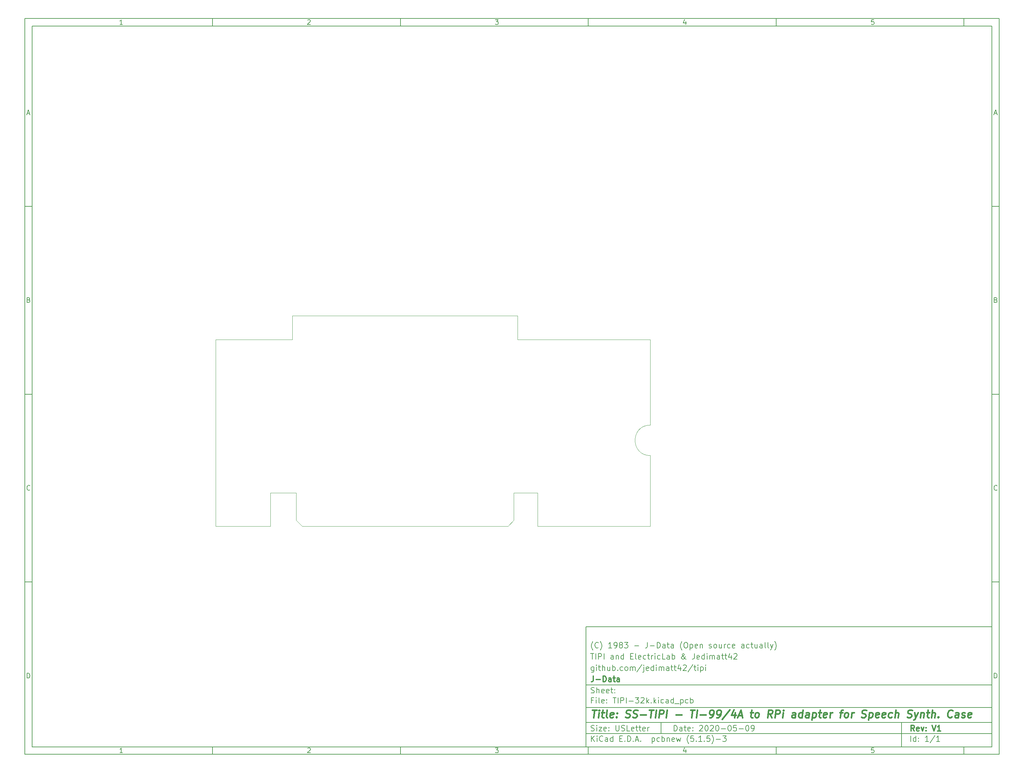
<source format=gbr>
G04 #@! TF.GenerationSoftware,KiCad,Pcbnew,(5.1.5)-3*
G04 #@! TF.CreationDate,2020-06-13T11:59:13-04:00*
G04 #@! TF.ProjectId,TIPI-32k,54495049-2d33-4326-9b2e-6b696361645f,V1*
G04 #@! TF.SameCoordinates,Original*
G04 #@! TF.FileFunction,Profile,NP*
%FSLAX46Y46*%
G04 Gerber Fmt 4.6, Leading zero omitted, Abs format (unit mm)*
G04 Created by KiCad (PCBNEW (5.1.5)-3) date 2020-06-13 11:59:13*
%MOMM*%
%LPD*%
G04 APERTURE LIST*
%ADD10C,0.100000*%
%ADD11C,0.150000*%
%ADD12C,0.300000*%
%ADD13C,0.400000*%
G04 #@! TA.AperFunction,Profile*
%ADD14C,0.025400*%
G04 #@! TD*
G04 APERTURE END LIST*
D10*
D11*
X159400000Y-171900000D02*
X159400000Y-203900000D01*
X267400000Y-203900000D01*
X267400000Y-171900000D01*
X159400000Y-171900000D01*
D10*
D11*
X10000000Y-10000000D02*
X10000000Y-205900000D01*
X269400000Y-205900000D01*
X269400000Y-10000000D01*
X10000000Y-10000000D01*
D10*
D11*
X12000000Y-12000000D02*
X12000000Y-203900000D01*
X267400000Y-203900000D01*
X267400000Y-12000000D01*
X12000000Y-12000000D01*
D10*
D11*
X60000000Y-12000000D02*
X60000000Y-10000000D01*
D10*
D11*
X110000000Y-12000000D02*
X110000000Y-10000000D01*
D10*
D11*
X160000000Y-12000000D02*
X160000000Y-10000000D01*
D10*
D11*
X210000000Y-12000000D02*
X210000000Y-10000000D01*
D10*
D11*
X260000000Y-12000000D02*
X260000000Y-10000000D01*
D10*
D11*
X36065476Y-11588095D02*
X35322619Y-11588095D01*
X35694047Y-11588095D02*
X35694047Y-10288095D01*
X35570238Y-10473809D01*
X35446428Y-10597619D01*
X35322619Y-10659523D01*
D10*
D11*
X85322619Y-10411904D02*
X85384523Y-10350000D01*
X85508333Y-10288095D01*
X85817857Y-10288095D01*
X85941666Y-10350000D01*
X86003571Y-10411904D01*
X86065476Y-10535714D01*
X86065476Y-10659523D01*
X86003571Y-10845238D01*
X85260714Y-11588095D01*
X86065476Y-11588095D01*
D10*
D11*
X135260714Y-10288095D02*
X136065476Y-10288095D01*
X135632142Y-10783333D01*
X135817857Y-10783333D01*
X135941666Y-10845238D01*
X136003571Y-10907142D01*
X136065476Y-11030952D01*
X136065476Y-11340476D01*
X136003571Y-11464285D01*
X135941666Y-11526190D01*
X135817857Y-11588095D01*
X135446428Y-11588095D01*
X135322619Y-11526190D01*
X135260714Y-11464285D01*
D10*
D11*
X185941666Y-10721428D02*
X185941666Y-11588095D01*
X185632142Y-10226190D02*
X185322619Y-11154761D01*
X186127380Y-11154761D01*
D10*
D11*
X236003571Y-10288095D02*
X235384523Y-10288095D01*
X235322619Y-10907142D01*
X235384523Y-10845238D01*
X235508333Y-10783333D01*
X235817857Y-10783333D01*
X235941666Y-10845238D01*
X236003571Y-10907142D01*
X236065476Y-11030952D01*
X236065476Y-11340476D01*
X236003571Y-11464285D01*
X235941666Y-11526190D01*
X235817857Y-11588095D01*
X235508333Y-11588095D01*
X235384523Y-11526190D01*
X235322619Y-11464285D01*
D10*
D11*
X60000000Y-203900000D02*
X60000000Y-205900000D01*
D10*
D11*
X110000000Y-203900000D02*
X110000000Y-205900000D01*
D10*
D11*
X160000000Y-203900000D02*
X160000000Y-205900000D01*
D10*
D11*
X210000000Y-203900000D02*
X210000000Y-205900000D01*
D10*
D11*
X260000000Y-203900000D02*
X260000000Y-205900000D01*
D10*
D11*
X36065476Y-205488095D02*
X35322619Y-205488095D01*
X35694047Y-205488095D02*
X35694047Y-204188095D01*
X35570238Y-204373809D01*
X35446428Y-204497619D01*
X35322619Y-204559523D01*
D10*
D11*
X85322619Y-204311904D02*
X85384523Y-204250000D01*
X85508333Y-204188095D01*
X85817857Y-204188095D01*
X85941666Y-204250000D01*
X86003571Y-204311904D01*
X86065476Y-204435714D01*
X86065476Y-204559523D01*
X86003571Y-204745238D01*
X85260714Y-205488095D01*
X86065476Y-205488095D01*
D10*
D11*
X135260714Y-204188095D02*
X136065476Y-204188095D01*
X135632142Y-204683333D01*
X135817857Y-204683333D01*
X135941666Y-204745238D01*
X136003571Y-204807142D01*
X136065476Y-204930952D01*
X136065476Y-205240476D01*
X136003571Y-205364285D01*
X135941666Y-205426190D01*
X135817857Y-205488095D01*
X135446428Y-205488095D01*
X135322619Y-205426190D01*
X135260714Y-205364285D01*
D10*
D11*
X185941666Y-204621428D02*
X185941666Y-205488095D01*
X185632142Y-204126190D02*
X185322619Y-205054761D01*
X186127380Y-205054761D01*
D10*
D11*
X236003571Y-204188095D02*
X235384523Y-204188095D01*
X235322619Y-204807142D01*
X235384523Y-204745238D01*
X235508333Y-204683333D01*
X235817857Y-204683333D01*
X235941666Y-204745238D01*
X236003571Y-204807142D01*
X236065476Y-204930952D01*
X236065476Y-205240476D01*
X236003571Y-205364285D01*
X235941666Y-205426190D01*
X235817857Y-205488095D01*
X235508333Y-205488095D01*
X235384523Y-205426190D01*
X235322619Y-205364285D01*
D10*
D11*
X10000000Y-60000000D02*
X12000000Y-60000000D01*
D10*
D11*
X10000000Y-110000000D02*
X12000000Y-110000000D01*
D10*
D11*
X10000000Y-160000000D02*
X12000000Y-160000000D01*
D10*
D11*
X10690476Y-35216666D02*
X11309523Y-35216666D01*
X10566666Y-35588095D02*
X11000000Y-34288095D01*
X11433333Y-35588095D01*
D10*
D11*
X11092857Y-84907142D02*
X11278571Y-84969047D01*
X11340476Y-85030952D01*
X11402380Y-85154761D01*
X11402380Y-85340476D01*
X11340476Y-85464285D01*
X11278571Y-85526190D01*
X11154761Y-85588095D01*
X10659523Y-85588095D01*
X10659523Y-84288095D01*
X11092857Y-84288095D01*
X11216666Y-84350000D01*
X11278571Y-84411904D01*
X11340476Y-84535714D01*
X11340476Y-84659523D01*
X11278571Y-84783333D01*
X11216666Y-84845238D01*
X11092857Y-84907142D01*
X10659523Y-84907142D01*
D10*
D11*
X11402380Y-135464285D02*
X11340476Y-135526190D01*
X11154761Y-135588095D01*
X11030952Y-135588095D01*
X10845238Y-135526190D01*
X10721428Y-135402380D01*
X10659523Y-135278571D01*
X10597619Y-135030952D01*
X10597619Y-134845238D01*
X10659523Y-134597619D01*
X10721428Y-134473809D01*
X10845238Y-134350000D01*
X11030952Y-134288095D01*
X11154761Y-134288095D01*
X11340476Y-134350000D01*
X11402380Y-134411904D01*
D10*
D11*
X10659523Y-185588095D02*
X10659523Y-184288095D01*
X10969047Y-184288095D01*
X11154761Y-184350000D01*
X11278571Y-184473809D01*
X11340476Y-184597619D01*
X11402380Y-184845238D01*
X11402380Y-185030952D01*
X11340476Y-185278571D01*
X11278571Y-185402380D01*
X11154761Y-185526190D01*
X10969047Y-185588095D01*
X10659523Y-185588095D01*
D10*
D11*
X269400000Y-60000000D02*
X267400000Y-60000000D01*
D10*
D11*
X269400000Y-110000000D02*
X267400000Y-110000000D01*
D10*
D11*
X269400000Y-160000000D02*
X267400000Y-160000000D01*
D10*
D11*
X268090476Y-35216666D02*
X268709523Y-35216666D01*
X267966666Y-35588095D02*
X268400000Y-34288095D01*
X268833333Y-35588095D01*
D10*
D11*
X268492857Y-84907142D02*
X268678571Y-84969047D01*
X268740476Y-85030952D01*
X268802380Y-85154761D01*
X268802380Y-85340476D01*
X268740476Y-85464285D01*
X268678571Y-85526190D01*
X268554761Y-85588095D01*
X268059523Y-85588095D01*
X268059523Y-84288095D01*
X268492857Y-84288095D01*
X268616666Y-84350000D01*
X268678571Y-84411904D01*
X268740476Y-84535714D01*
X268740476Y-84659523D01*
X268678571Y-84783333D01*
X268616666Y-84845238D01*
X268492857Y-84907142D01*
X268059523Y-84907142D01*
D10*
D11*
X268802380Y-135464285D02*
X268740476Y-135526190D01*
X268554761Y-135588095D01*
X268430952Y-135588095D01*
X268245238Y-135526190D01*
X268121428Y-135402380D01*
X268059523Y-135278571D01*
X267997619Y-135030952D01*
X267997619Y-134845238D01*
X268059523Y-134597619D01*
X268121428Y-134473809D01*
X268245238Y-134350000D01*
X268430952Y-134288095D01*
X268554761Y-134288095D01*
X268740476Y-134350000D01*
X268802380Y-134411904D01*
D10*
D11*
X268059523Y-185588095D02*
X268059523Y-184288095D01*
X268369047Y-184288095D01*
X268554761Y-184350000D01*
X268678571Y-184473809D01*
X268740476Y-184597619D01*
X268802380Y-184845238D01*
X268802380Y-185030952D01*
X268740476Y-185278571D01*
X268678571Y-185402380D01*
X268554761Y-185526190D01*
X268369047Y-185588095D01*
X268059523Y-185588095D01*
D10*
D11*
X182832142Y-199678571D02*
X182832142Y-198178571D01*
X183189285Y-198178571D01*
X183403571Y-198250000D01*
X183546428Y-198392857D01*
X183617857Y-198535714D01*
X183689285Y-198821428D01*
X183689285Y-199035714D01*
X183617857Y-199321428D01*
X183546428Y-199464285D01*
X183403571Y-199607142D01*
X183189285Y-199678571D01*
X182832142Y-199678571D01*
X184975000Y-199678571D02*
X184975000Y-198892857D01*
X184903571Y-198750000D01*
X184760714Y-198678571D01*
X184475000Y-198678571D01*
X184332142Y-198750000D01*
X184975000Y-199607142D02*
X184832142Y-199678571D01*
X184475000Y-199678571D01*
X184332142Y-199607142D01*
X184260714Y-199464285D01*
X184260714Y-199321428D01*
X184332142Y-199178571D01*
X184475000Y-199107142D01*
X184832142Y-199107142D01*
X184975000Y-199035714D01*
X185475000Y-198678571D02*
X186046428Y-198678571D01*
X185689285Y-198178571D02*
X185689285Y-199464285D01*
X185760714Y-199607142D01*
X185903571Y-199678571D01*
X186046428Y-199678571D01*
X187117857Y-199607142D02*
X186975000Y-199678571D01*
X186689285Y-199678571D01*
X186546428Y-199607142D01*
X186475000Y-199464285D01*
X186475000Y-198892857D01*
X186546428Y-198750000D01*
X186689285Y-198678571D01*
X186975000Y-198678571D01*
X187117857Y-198750000D01*
X187189285Y-198892857D01*
X187189285Y-199035714D01*
X186475000Y-199178571D01*
X187832142Y-199535714D02*
X187903571Y-199607142D01*
X187832142Y-199678571D01*
X187760714Y-199607142D01*
X187832142Y-199535714D01*
X187832142Y-199678571D01*
X187832142Y-198750000D02*
X187903571Y-198821428D01*
X187832142Y-198892857D01*
X187760714Y-198821428D01*
X187832142Y-198750000D01*
X187832142Y-198892857D01*
X189617857Y-198321428D02*
X189689285Y-198250000D01*
X189832142Y-198178571D01*
X190189285Y-198178571D01*
X190332142Y-198250000D01*
X190403571Y-198321428D01*
X190475000Y-198464285D01*
X190475000Y-198607142D01*
X190403571Y-198821428D01*
X189546428Y-199678571D01*
X190475000Y-199678571D01*
X191403571Y-198178571D02*
X191546428Y-198178571D01*
X191689285Y-198250000D01*
X191760714Y-198321428D01*
X191832142Y-198464285D01*
X191903571Y-198750000D01*
X191903571Y-199107142D01*
X191832142Y-199392857D01*
X191760714Y-199535714D01*
X191689285Y-199607142D01*
X191546428Y-199678571D01*
X191403571Y-199678571D01*
X191260714Y-199607142D01*
X191189285Y-199535714D01*
X191117857Y-199392857D01*
X191046428Y-199107142D01*
X191046428Y-198750000D01*
X191117857Y-198464285D01*
X191189285Y-198321428D01*
X191260714Y-198250000D01*
X191403571Y-198178571D01*
X192475000Y-198321428D02*
X192546428Y-198250000D01*
X192689285Y-198178571D01*
X193046428Y-198178571D01*
X193189285Y-198250000D01*
X193260714Y-198321428D01*
X193332142Y-198464285D01*
X193332142Y-198607142D01*
X193260714Y-198821428D01*
X192403571Y-199678571D01*
X193332142Y-199678571D01*
X194260714Y-198178571D02*
X194403571Y-198178571D01*
X194546428Y-198250000D01*
X194617857Y-198321428D01*
X194689285Y-198464285D01*
X194760714Y-198750000D01*
X194760714Y-199107142D01*
X194689285Y-199392857D01*
X194617857Y-199535714D01*
X194546428Y-199607142D01*
X194403571Y-199678571D01*
X194260714Y-199678571D01*
X194117857Y-199607142D01*
X194046428Y-199535714D01*
X193975000Y-199392857D01*
X193903571Y-199107142D01*
X193903571Y-198750000D01*
X193975000Y-198464285D01*
X194046428Y-198321428D01*
X194117857Y-198250000D01*
X194260714Y-198178571D01*
X195403571Y-199107142D02*
X196546428Y-199107142D01*
X197546428Y-198178571D02*
X197689285Y-198178571D01*
X197832142Y-198250000D01*
X197903571Y-198321428D01*
X197975000Y-198464285D01*
X198046428Y-198750000D01*
X198046428Y-199107142D01*
X197975000Y-199392857D01*
X197903571Y-199535714D01*
X197832142Y-199607142D01*
X197689285Y-199678571D01*
X197546428Y-199678571D01*
X197403571Y-199607142D01*
X197332142Y-199535714D01*
X197260714Y-199392857D01*
X197189285Y-199107142D01*
X197189285Y-198750000D01*
X197260714Y-198464285D01*
X197332142Y-198321428D01*
X197403571Y-198250000D01*
X197546428Y-198178571D01*
X199403571Y-198178571D02*
X198689285Y-198178571D01*
X198617857Y-198892857D01*
X198689285Y-198821428D01*
X198832142Y-198750000D01*
X199189285Y-198750000D01*
X199332142Y-198821428D01*
X199403571Y-198892857D01*
X199475000Y-199035714D01*
X199475000Y-199392857D01*
X199403571Y-199535714D01*
X199332142Y-199607142D01*
X199189285Y-199678571D01*
X198832142Y-199678571D01*
X198689285Y-199607142D01*
X198617857Y-199535714D01*
X200117857Y-199107142D02*
X201260714Y-199107142D01*
X202260714Y-198178571D02*
X202403571Y-198178571D01*
X202546428Y-198250000D01*
X202617857Y-198321428D01*
X202689285Y-198464285D01*
X202760714Y-198750000D01*
X202760714Y-199107142D01*
X202689285Y-199392857D01*
X202617857Y-199535714D01*
X202546428Y-199607142D01*
X202403571Y-199678571D01*
X202260714Y-199678571D01*
X202117857Y-199607142D01*
X202046428Y-199535714D01*
X201975000Y-199392857D01*
X201903571Y-199107142D01*
X201903571Y-198750000D01*
X201975000Y-198464285D01*
X202046428Y-198321428D01*
X202117857Y-198250000D01*
X202260714Y-198178571D01*
X203475000Y-199678571D02*
X203760714Y-199678571D01*
X203903571Y-199607142D01*
X203975000Y-199535714D01*
X204117857Y-199321428D01*
X204189285Y-199035714D01*
X204189285Y-198464285D01*
X204117857Y-198321428D01*
X204046428Y-198250000D01*
X203903571Y-198178571D01*
X203617857Y-198178571D01*
X203475000Y-198250000D01*
X203403571Y-198321428D01*
X203332142Y-198464285D01*
X203332142Y-198821428D01*
X203403571Y-198964285D01*
X203475000Y-199035714D01*
X203617857Y-199107142D01*
X203903571Y-199107142D01*
X204046428Y-199035714D01*
X204117857Y-198964285D01*
X204189285Y-198821428D01*
D10*
D11*
X159400000Y-200400000D02*
X267400000Y-200400000D01*
D10*
D11*
X160832142Y-202478571D02*
X160832142Y-200978571D01*
X161689285Y-202478571D02*
X161046428Y-201621428D01*
X161689285Y-200978571D02*
X160832142Y-201835714D01*
X162332142Y-202478571D02*
X162332142Y-201478571D01*
X162332142Y-200978571D02*
X162260714Y-201050000D01*
X162332142Y-201121428D01*
X162403571Y-201050000D01*
X162332142Y-200978571D01*
X162332142Y-201121428D01*
X163903571Y-202335714D02*
X163832142Y-202407142D01*
X163617857Y-202478571D01*
X163475000Y-202478571D01*
X163260714Y-202407142D01*
X163117857Y-202264285D01*
X163046428Y-202121428D01*
X162975000Y-201835714D01*
X162975000Y-201621428D01*
X163046428Y-201335714D01*
X163117857Y-201192857D01*
X163260714Y-201050000D01*
X163475000Y-200978571D01*
X163617857Y-200978571D01*
X163832142Y-201050000D01*
X163903571Y-201121428D01*
X165189285Y-202478571D02*
X165189285Y-201692857D01*
X165117857Y-201550000D01*
X164975000Y-201478571D01*
X164689285Y-201478571D01*
X164546428Y-201550000D01*
X165189285Y-202407142D02*
X165046428Y-202478571D01*
X164689285Y-202478571D01*
X164546428Y-202407142D01*
X164475000Y-202264285D01*
X164475000Y-202121428D01*
X164546428Y-201978571D01*
X164689285Y-201907142D01*
X165046428Y-201907142D01*
X165189285Y-201835714D01*
X166546428Y-202478571D02*
X166546428Y-200978571D01*
X166546428Y-202407142D02*
X166403571Y-202478571D01*
X166117857Y-202478571D01*
X165975000Y-202407142D01*
X165903571Y-202335714D01*
X165832142Y-202192857D01*
X165832142Y-201764285D01*
X165903571Y-201621428D01*
X165975000Y-201550000D01*
X166117857Y-201478571D01*
X166403571Y-201478571D01*
X166546428Y-201550000D01*
X168403571Y-201692857D02*
X168903571Y-201692857D01*
X169117857Y-202478571D02*
X168403571Y-202478571D01*
X168403571Y-200978571D01*
X169117857Y-200978571D01*
X169760714Y-202335714D02*
X169832142Y-202407142D01*
X169760714Y-202478571D01*
X169689285Y-202407142D01*
X169760714Y-202335714D01*
X169760714Y-202478571D01*
X170475000Y-202478571D02*
X170475000Y-200978571D01*
X170832142Y-200978571D01*
X171046428Y-201050000D01*
X171189285Y-201192857D01*
X171260714Y-201335714D01*
X171332142Y-201621428D01*
X171332142Y-201835714D01*
X171260714Y-202121428D01*
X171189285Y-202264285D01*
X171046428Y-202407142D01*
X170832142Y-202478571D01*
X170475000Y-202478571D01*
X171975000Y-202335714D02*
X172046428Y-202407142D01*
X171975000Y-202478571D01*
X171903571Y-202407142D01*
X171975000Y-202335714D01*
X171975000Y-202478571D01*
X172617857Y-202050000D02*
X173332142Y-202050000D01*
X172475000Y-202478571D02*
X172975000Y-200978571D01*
X173475000Y-202478571D01*
X173975000Y-202335714D02*
X174046428Y-202407142D01*
X173975000Y-202478571D01*
X173903571Y-202407142D01*
X173975000Y-202335714D01*
X173975000Y-202478571D01*
X176975000Y-201478571D02*
X176975000Y-202978571D01*
X176975000Y-201550000D02*
X177117857Y-201478571D01*
X177403571Y-201478571D01*
X177546428Y-201550000D01*
X177617857Y-201621428D01*
X177689285Y-201764285D01*
X177689285Y-202192857D01*
X177617857Y-202335714D01*
X177546428Y-202407142D01*
X177403571Y-202478571D01*
X177117857Y-202478571D01*
X176975000Y-202407142D01*
X178975000Y-202407142D02*
X178832142Y-202478571D01*
X178546428Y-202478571D01*
X178403571Y-202407142D01*
X178332142Y-202335714D01*
X178260714Y-202192857D01*
X178260714Y-201764285D01*
X178332142Y-201621428D01*
X178403571Y-201550000D01*
X178546428Y-201478571D01*
X178832142Y-201478571D01*
X178975000Y-201550000D01*
X179617857Y-202478571D02*
X179617857Y-200978571D01*
X179617857Y-201550000D02*
X179760714Y-201478571D01*
X180046428Y-201478571D01*
X180189285Y-201550000D01*
X180260714Y-201621428D01*
X180332142Y-201764285D01*
X180332142Y-202192857D01*
X180260714Y-202335714D01*
X180189285Y-202407142D01*
X180046428Y-202478571D01*
X179760714Y-202478571D01*
X179617857Y-202407142D01*
X180975000Y-201478571D02*
X180975000Y-202478571D01*
X180975000Y-201621428D02*
X181046428Y-201550000D01*
X181189285Y-201478571D01*
X181403571Y-201478571D01*
X181546428Y-201550000D01*
X181617857Y-201692857D01*
X181617857Y-202478571D01*
X182903571Y-202407142D02*
X182760714Y-202478571D01*
X182475000Y-202478571D01*
X182332142Y-202407142D01*
X182260714Y-202264285D01*
X182260714Y-201692857D01*
X182332142Y-201550000D01*
X182475000Y-201478571D01*
X182760714Y-201478571D01*
X182903571Y-201550000D01*
X182975000Y-201692857D01*
X182975000Y-201835714D01*
X182260714Y-201978571D01*
X183475000Y-201478571D02*
X183760714Y-202478571D01*
X184046428Y-201764285D01*
X184332142Y-202478571D01*
X184617857Y-201478571D01*
X186760714Y-203050000D02*
X186689285Y-202978571D01*
X186546428Y-202764285D01*
X186475000Y-202621428D01*
X186403571Y-202407142D01*
X186332142Y-202050000D01*
X186332142Y-201764285D01*
X186403571Y-201407142D01*
X186475000Y-201192857D01*
X186546428Y-201050000D01*
X186689285Y-200835714D01*
X186760714Y-200764285D01*
X188046428Y-200978571D02*
X187332142Y-200978571D01*
X187260714Y-201692857D01*
X187332142Y-201621428D01*
X187475000Y-201550000D01*
X187832142Y-201550000D01*
X187975000Y-201621428D01*
X188046428Y-201692857D01*
X188117857Y-201835714D01*
X188117857Y-202192857D01*
X188046428Y-202335714D01*
X187975000Y-202407142D01*
X187832142Y-202478571D01*
X187475000Y-202478571D01*
X187332142Y-202407142D01*
X187260714Y-202335714D01*
X188760714Y-202335714D02*
X188832142Y-202407142D01*
X188760714Y-202478571D01*
X188689285Y-202407142D01*
X188760714Y-202335714D01*
X188760714Y-202478571D01*
X190260714Y-202478571D02*
X189403571Y-202478571D01*
X189832142Y-202478571D02*
X189832142Y-200978571D01*
X189689285Y-201192857D01*
X189546428Y-201335714D01*
X189403571Y-201407142D01*
X190903571Y-202335714D02*
X190975000Y-202407142D01*
X190903571Y-202478571D01*
X190832142Y-202407142D01*
X190903571Y-202335714D01*
X190903571Y-202478571D01*
X192332142Y-200978571D02*
X191617857Y-200978571D01*
X191546428Y-201692857D01*
X191617857Y-201621428D01*
X191760714Y-201550000D01*
X192117857Y-201550000D01*
X192260714Y-201621428D01*
X192332142Y-201692857D01*
X192403571Y-201835714D01*
X192403571Y-202192857D01*
X192332142Y-202335714D01*
X192260714Y-202407142D01*
X192117857Y-202478571D01*
X191760714Y-202478571D01*
X191617857Y-202407142D01*
X191546428Y-202335714D01*
X192903571Y-203050000D02*
X192975000Y-202978571D01*
X193117857Y-202764285D01*
X193189285Y-202621428D01*
X193260714Y-202407142D01*
X193332142Y-202050000D01*
X193332142Y-201764285D01*
X193260714Y-201407142D01*
X193189285Y-201192857D01*
X193117857Y-201050000D01*
X192975000Y-200835714D01*
X192903571Y-200764285D01*
X194046428Y-201907142D02*
X195189285Y-201907142D01*
X195760714Y-200978571D02*
X196689285Y-200978571D01*
X196189285Y-201550000D01*
X196403571Y-201550000D01*
X196546428Y-201621428D01*
X196617857Y-201692857D01*
X196689285Y-201835714D01*
X196689285Y-202192857D01*
X196617857Y-202335714D01*
X196546428Y-202407142D01*
X196403571Y-202478571D01*
X195975000Y-202478571D01*
X195832142Y-202407142D01*
X195760714Y-202335714D01*
D10*
D11*
X159400000Y-197400000D02*
X267400000Y-197400000D01*
D10*
D12*
X246809285Y-199678571D02*
X246309285Y-198964285D01*
X245952142Y-199678571D02*
X245952142Y-198178571D01*
X246523571Y-198178571D01*
X246666428Y-198250000D01*
X246737857Y-198321428D01*
X246809285Y-198464285D01*
X246809285Y-198678571D01*
X246737857Y-198821428D01*
X246666428Y-198892857D01*
X246523571Y-198964285D01*
X245952142Y-198964285D01*
X248023571Y-199607142D02*
X247880714Y-199678571D01*
X247595000Y-199678571D01*
X247452142Y-199607142D01*
X247380714Y-199464285D01*
X247380714Y-198892857D01*
X247452142Y-198750000D01*
X247595000Y-198678571D01*
X247880714Y-198678571D01*
X248023571Y-198750000D01*
X248095000Y-198892857D01*
X248095000Y-199035714D01*
X247380714Y-199178571D01*
X248595000Y-198678571D02*
X248952142Y-199678571D01*
X249309285Y-198678571D01*
X249880714Y-199535714D02*
X249952142Y-199607142D01*
X249880714Y-199678571D01*
X249809285Y-199607142D01*
X249880714Y-199535714D01*
X249880714Y-199678571D01*
X249880714Y-198750000D02*
X249952142Y-198821428D01*
X249880714Y-198892857D01*
X249809285Y-198821428D01*
X249880714Y-198750000D01*
X249880714Y-198892857D01*
X251523571Y-198178571D02*
X252023571Y-199678571D01*
X252523571Y-198178571D01*
X253809285Y-199678571D02*
X252952142Y-199678571D01*
X253380714Y-199678571D02*
X253380714Y-198178571D01*
X253237857Y-198392857D01*
X253095000Y-198535714D01*
X252952142Y-198607142D01*
D10*
D11*
X160760714Y-199607142D02*
X160975000Y-199678571D01*
X161332142Y-199678571D01*
X161475000Y-199607142D01*
X161546428Y-199535714D01*
X161617857Y-199392857D01*
X161617857Y-199250000D01*
X161546428Y-199107142D01*
X161475000Y-199035714D01*
X161332142Y-198964285D01*
X161046428Y-198892857D01*
X160903571Y-198821428D01*
X160832142Y-198750000D01*
X160760714Y-198607142D01*
X160760714Y-198464285D01*
X160832142Y-198321428D01*
X160903571Y-198250000D01*
X161046428Y-198178571D01*
X161403571Y-198178571D01*
X161617857Y-198250000D01*
X162260714Y-199678571D02*
X162260714Y-198678571D01*
X162260714Y-198178571D02*
X162189285Y-198250000D01*
X162260714Y-198321428D01*
X162332142Y-198250000D01*
X162260714Y-198178571D01*
X162260714Y-198321428D01*
X162832142Y-198678571D02*
X163617857Y-198678571D01*
X162832142Y-199678571D01*
X163617857Y-199678571D01*
X164760714Y-199607142D02*
X164617857Y-199678571D01*
X164332142Y-199678571D01*
X164189285Y-199607142D01*
X164117857Y-199464285D01*
X164117857Y-198892857D01*
X164189285Y-198750000D01*
X164332142Y-198678571D01*
X164617857Y-198678571D01*
X164760714Y-198750000D01*
X164832142Y-198892857D01*
X164832142Y-199035714D01*
X164117857Y-199178571D01*
X165475000Y-199535714D02*
X165546428Y-199607142D01*
X165475000Y-199678571D01*
X165403571Y-199607142D01*
X165475000Y-199535714D01*
X165475000Y-199678571D01*
X165475000Y-198750000D02*
X165546428Y-198821428D01*
X165475000Y-198892857D01*
X165403571Y-198821428D01*
X165475000Y-198750000D01*
X165475000Y-198892857D01*
X167332142Y-198178571D02*
X167332142Y-199392857D01*
X167403571Y-199535714D01*
X167475000Y-199607142D01*
X167617857Y-199678571D01*
X167903571Y-199678571D01*
X168046428Y-199607142D01*
X168117857Y-199535714D01*
X168189285Y-199392857D01*
X168189285Y-198178571D01*
X168832142Y-199607142D02*
X169046428Y-199678571D01*
X169403571Y-199678571D01*
X169546428Y-199607142D01*
X169617857Y-199535714D01*
X169689285Y-199392857D01*
X169689285Y-199250000D01*
X169617857Y-199107142D01*
X169546428Y-199035714D01*
X169403571Y-198964285D01*
X169117857Y-198892857D01*
X168975000Y-198821428D01*
X168903571Y-198750000D01*
X168832142Y-198607142D01*
X168832142Y-198464285D01*
X168903571Y-198321428D01*
X168975000Y-198250000D01*
X169117857Y-198178571D01*
X169475000Y-198178571D01*
X169689285Y-198250000D01*
X171046428Y-199678571D02*
X170332142Y-199678571D01*
X170332142Y-198178571D01*
X172117857Y-199607142D02*
X171975000Y-199678571D01*
X171689285Y-199678571D01*
X171546428Y-199607142D01*
X171475000Y-199464285D01*
X171475000Y-198892857D01*
X171546428Y-198750000D01*
X171689285Y-198678571D01*
X171975000Y-198678571D01*
X172117857Y-198750000D01*
X172189285Y-198892857D01*
X172189285Y-199035714D01*
X171475000Y-199178571D01*
X172617857Y-198678571D02*
X173189285Y-198678571D01*
X172832142Y-198178571D02*
X172832142Y-199464285D01*
X172903571Y-199607142D01*
X173046428Y-199678571D01*
X173189285Y-199678571D01*
X173475000Y-198678571D02*
X174046428Y-198678571D01*
X173689285Y-198178571D02*
X173689285Y-199464285D01*
X173760714Y-199607142D01*
X173903571Y-199678571D01*
X174046428Y-199678571D01*
X175117857Y-199607142D02*
X174975000Y-199678571D01*
X174689285Y-199678571D01*
X174546428Y-199607142D01*
X174475000Y-199464285D01*
X174475000Y-198892857D01*
X174546428Y-198750000D01*
X174689285Y-198678571D01*
X174975000Y-198678571D01*
X175117857Y-198750000D01*
X175189285Y-198892857D01*
X175189285Y-199035714D01*
X174475000Y-199178571D01*
X175832142Y-199678571D02*
X175832142Y-198678571D01*
X175832142Y-198964285D02*
X175903571Y-198821428D01*
X175975000Y-198750000D01*
X176117857Y-198678571D01*
X176260714Y-198678571D01*
D10*
D11*
X245832142Y-202478571D02*
X245832142Y-200978571D01*
X247189285Y-202478571D02*
X247189285Y-200978571D01*
X247189285Y-202407142D02*
X247046428Y-202478571D01*
X246760714Y-202478571D01*
X246617857Y-202407142D01*
X246546428Y-202335714D01*
X246475000Y-202192857D01*
X246475000Y-201764285D01*
X246546428Y-201621428D01*
X246617857Y-201550000D01*
X246760714Y-201478571D01*
X247046428Y-201478571D01*
X247189285Y-201550000D01*
X247903571Y-202335714D02*
X247975000Y-202407142D01*
X247903571Y-202478571D01*
X247832142Y-202407142D01*
X247903571Y-202335714D01*
X247903571Y-202478571D01*
X247903571Y-201550000D02*
X247975000Y-201621428D01*
X247903571Y-201692857D01*
X247832142Y-201621428D01*
X247903571Y-201550000D01*
X247903571Y-201692857D01*
X250546428Y-202478571D02*
X249689285Y-202478571D01*
X250117857Y-202478571D02*
X250117857Y-200978571D01*
X249975000Y-201192857D01*
X249832142Y-201335714D01*
X249689285Y-201407142D01*
X252260714Y-200907142D02*
X250975000Y-202835714D01*
X253546428Y-202478571D02*
X252689285Y-202478571D01*
X253117857Y-202478571D02*
X253117857Y-200978571D01*
X252975000Y-201192857D01*
X252832142Y-201335714D01*
X252689285Y-201407142D01*
D10*
D11*
X159400000Y-193400000D02*
X267400000Y-193400000D01*
D10*
D13*
X161112380Y-194104761D02*
X162255238Y-194104761D01*
X161433809Y-196104761D02*
X161683809Y-194104761D01*
X162671904Y-196104761D02*
X162838571Y-194771428D01*
X162921904Y-194104761D02*
X162814761Y-194200000D01*
X162898095Y-194295238D01*
X163005238Y-194200000D01*
X162921904Y-194104761D01*
X162898095Y-194295238D01*
X163505238Y-194771428D02*
X164267142Y-194771428D01*
X163874285Y-194104761D02*
X163660000Y-195819047D01*
X163731428Y-196009523D01*
X163910000Y-196104761D01*
X164100476Y-196104761D01*
X165052857Y-196104761D02*
X164874285Y-196009523D01*
X164802857Y-195819047D01*
X165017142Y-194104761D01*
X166588571Y-196009523D02*
X166386190Y-196104761D01*
X166005238Y-196104761D01*
X165826666Y-196009523D01*
X165755238Y-195819047D01*
X165850476Y-195057142D01*
X165969523Y-194866666D01*
X166171904Y-194771428D01*
X166552857Y-194771428D01*
X166731428Y-194866666D01*
X166802857Y-195057142D01*
X166779047Y-195247619D01*
X165802857Y-195438095D01*
X167552857Y-195914285D02*
X167636190Y-196009523D01*
X167529047Y-196104761D01*
X167445714Y-196009523D01*
X167552857Y-195914285D01*
X167529047Y-196104761D01*
X167683809Y-194866666D02*
X167767142Y-194961904D01*
X167660000Y-195057142D01*
X167576666Y-194961904D01*
X167683809Y-194866666D01*
X167660000Y-195057142D01*
X169921904Y-196009523D02*
X170195714Y-196104761D01*
X170671904Y-196104761D01*
X170874285Y-196009523D01*
X170981428Y-195914285D01*
X171100476Y-195723809D01*
X171124285Y-195533333D01*
X171052857Y-195342857D01*
X170969523Y-195247619D01*
X170790952Y-195152380D01*
X170421904Y-195057142D01*
X170243333Y-194961904D01*
X170160000Y-194866666D01*
X170088571Y-194676190D01*
X170112380Y-194485714D01*
X170231428Y-194295238D01*
X170338571Y-194200000D01*
X170540952Y-194104761D01*
X171017142Y-194104761D01*
X171290952Y-194200000D01*
X171826666Y-196009523D02*
X172100476Y-196104761D01*
X172576666Y-196104761D01*
X172779047Y-196009523D01*
X172886190Y-195914285D01*
X173005238Y-195723809D01*
X173029047Y-195533333D01*
X172957619Y-195342857D01*
X172874285Y-195247619D01*
X172695714Y-195152380D01*
X172326666Y-195057142D01*
X172148095Y-194961904D01*
X172064761Y-194866666D01*
X171993333Y-194676190D01*
X172017142Y-194485714D01*
X172136190Y-194295238D01*
X172243333Y-194200000D01*
X172445714Y-194104761D01*
X172921904Y-194104761D01*
X173195714Y-194200000D01*
X173910000Y-195342857D02*
X175433809Y-195342857D01*
X176255238Y-194104761D02*
X177398095Y-194104761D01*
X176576666Y-196104761D02*
X176826666Y-194104761D01*
X177814761Y-196104761D02*
X178064761Y-194104761D01*
X178767142Y-196104761D02*
X179017142Y-194104761D01*
X179779047Y-194104761D01*
X179957619Y-194200000D01*
X180040952Y-194295238D01*
X180112380Y-194485714D01*
X180076666Y-194771428D01*
X179957619Y-194961904D01*
X179850476Y-195057142D01*
X179648095Y-195152380D01*
X178886190Y-195152380D01*
X180767142Y-196104761D02*
X181017142Y-194104761D01*
X183338571Y-195342857D02*
X184862380Y-195342857D01*
X187207619Y-194104761D02*
X188350476Y-194104761D01*
X187529047Y-196104761D02*
X187779047Y-194104761D01*
X188767142Y-196104761D02*
X189017142Y-194104761D01*
X189814761Y-195342857D02*
X191338571Y-195342857D01*
X192290952Y-196104761D02*
X192671904Y-196104761D01*
X192874285Y-196009523D01*
X192981428Y-195914285D01*
X193207619Y-195628571D01*
X193350476Y-195247619D01*
X193445714Y-194485714D01*
X193374285Y-194295238D01*
X193290952Y-194200000D01*
X193112380Y-194104761D01*
X192731428Y-194104761D01*
X192529047Y-194200000D01*
X192421904Y-194295238D01*
X192302857Y-194485714D01*
X192243333Y-194961904D01*
X192314761Y-195152380D01*
X192398095Y-195247619D01*
X192576666Y-195342857D01*
X192957619Y-195342857D01*
X193160000Y-195247619D01*
X193267142Y-195152380D01*
X193386190Y-194961904D01*
X194195714Y-196104761D02*
X194576666Y-196104761D01*
X194779047Y-196009523D01*
X194886190Y-195914285D01*
X195112380Y-195628571D01*
X195255238Y-195247619D01*
X195350476Y-194485714D01*
X195279047Y-194295238D01*
X195195714Y-194200000D01*
X195017142Y-194104761D01*
X194636190Y-194104761D01*
X194433809Y-194200000D01*
X194326666Y-194295238D01*
X194207619Y-194485714D01*
X194148095Y-194961904D01*
X194219523Y-195152380D01*
X194302857Y-195247619D01*
X194481428Y-195342857D01*
X194862380Y-195342857D01*
X195064761Y-195247619D01*
X195171904Y-195152380D01*
X195290952Y-194961904D01*
X197695714Y-194009523D02*
X195660000Y-196580952D01*
X199124285Y-194771428D02*
X198957619Y-196104761D01*
X198743333Y-194009523D02*
X198088571Y-195438095D01*
X199326666Y-195438095D01*
X199981428Y-195533333D02*
X200933809Y-195533333D01*
X199719523Y-196104761D02*
X200636190Y-194104761D01*
X201052857Y-196104761D01*
X203124285Y-194771428D02*
X203886190Y-194771428D01*
X203493333Y-194104761D02*
X203279047Y-195819047D01*
X203350476Y-196009523D01*
X203529047Y-196104761D01*
X203719523Y-196104761D01*
X204671904Y-196104761D02*
X204493333Y-196009523D01*
X204410000Y-195914285D01*
X204338571Y-195723809D01*
X204410000Y-195152380D01*
X204529047Y-194961904D01*
X204636190Y-194866666D01*
X204838571Y-194771428D01*
X205124285Y-194771428D01*
X205302857Y-194866666D01*
X205386190Y-194961904D01*
X205457619Y-195152380D01*
X205386190Y-195723809D01*
X205267142Y-195914285D01*
X205160000Y-196009523D01*
X204957619Y-196104761D01*
X204671904Y-196104761D01*
X208862380Y-196104761D02*
X208314761Y-195152380D01*
X207719523Y-196104761D02*
X207969523Y-194104761D01*
X208731428Y-194104761D01*
X208910000Y-194200000D01*
X208993333Y-194295238D01*
X209064761Y-194485714D01*
X209029047Y-194771428D01*
X208910000Y-194961904D01*
X208802857Y-195057142D01*
X208600476Y-195152380D01*
X207838571Y-195152380D01*
X209719523Y-196104761D02*
X209969523Y-194104761D01*
X210731428Y-194104761D01*
X210910000Y-194200000D01*
X210993333Y-194295238D01*
X211064761Y-194485714D01*
X211029047Y-194771428D01*
X210910000Y-194961904D01*
X210802857Y-195057142D01*
X210600476Y-195152380D01*
X209838571Y-195152380D01*
X211719523Y-196104761D02*
X211886190Y-194771428D01*
X211969523Y-194104761D02*
X211862380Y-194200000D01*
X211945714Y-194295238D01*
X212052857Y-194200000D01*
X211969523Y-194104761D01*
X211945714Y-194295238D01*
X215052857Y-196104761D02*
X215183809Y-195057142D01*
X215112380Y-194866666D01*
X214933809Y-194771428D01*
X214552857Y-194771428D01*
X214350476Y-194866666D01*
X215064761Y-196009523D02*
X214862380Y-196104761D01*
X214386190Y-196104761D01*
X214207619Y-196009523D01*
X214136190Y-195819047D01*
X214160000Y-195628571D01*
X214279047Y-195438095D01*
X214481428Y-195342857D01*
X214957619Y-195342857D01*
X215160000Y-195247619D01*
X216862380Y-196104761D02*
X217112380Y-194104761D01*
X216874285Y-196009523D02*
X216671904Y-196104761D01*
X216290952Y-196104761D01*
X216112380Y-196009523D01*
X216029047Y-195914285D01*
X215957619Y-195723809D01*
X216029047Y-195152380D01*
X216148095Y-194961904D01*
X216255238Y-194866666D01*
X216457619Y-194771428D01*
X216838571Y-194771428D01*
X217017142Y-194866666D01*
X218671904Y-196104761D02*
X218802857Y-195057142D01*
X218731428Y-194866666D01*
X218552857Y-194771428D01*
X218171904Y-194771428D01*
X217969523Y-194866666D01*
X218683809Y-196009523D02*
X218481428Y-196104761D01*
X218005238Y-196104761D01*
X217826666Y-196009523D01*
X217755238Y-195819047D01*
X217779047Y-195628571D01*
X217898095Y-195438095D01*
X218100476Y-195342857D01*
X218576666Y-195342857D01*
X218779047Y-195247619D01*
X219790952Y-194771428D02*
X219540952Y-196771428D01*
X219779047Y-194866666D02*
X219981428Y-194771428D01*
X220362380Y-194771428D01*
X220540952Y-194866666D01*
X220624285Y-194961904D01*
X220695714Y-195152380D01*
X220624285Y-195723809D01*
X220505238Y-195914285D01*
X220398095Y-196009523D01*
X220195714Y-196104761D01*
X219814761Y-196104761D01*
X219636190Y-196009523D01*
X221314761Y-194771428D02*
X222076666Y-194771428D01*
X221683809Y-194104761D02*
X221469523Y-195819047D01*
X221540952Y-196009523D01*
X221719523Y-196104761D01*
X221909999Y-196104761D01*
X223350476Y-196009523D02*
X223148095Y-196104761D01*
X222767142Y-196104761D01*
X222588571Y-196009523D01*
X222517142Y-195819047D01*
X222612380Y-195057142D01*
X222731428Y-194866666D01*
X222933809Y-194771428D01*
X223314761Y-194771428D01*
X223493333Y-194866666D01*
X223564761Y-195057142D01*
X223540952Y-195247619D01*
X222564761Y-195438095D01*
X224290952Y-196104761D02*
X224457619Y-194771428D01*
X224409999Y-195152380D02*
X224529047Y-194961904D01*
X224636190Y-194866666D01*
X224838571Y-194771428D01*
X225029047Y-194771428D01*
X226933809Y-194771428D02*
X227695714Y-194771428D01*
X227052857Y-196104761D02*
X227267142Y-194390476D01*
X227386190Y-194200000D01*
X227588571Y-194104761D01*
X227779047Y-194104761D01*
X228481428Y-196104761D02*
X228302857Y-196009523D01*
X228219523Y-195914285D01*
X228148095Y-195723809D01*
X228219523Y-195152380D01*
X228338571Y-194961904D01*
X228445714Y-194866666D01*
X228648095Y-194771428D01*
X228933809Y-194771428D01*
X229112380Y-194866666D01*
X229195714Y-194961904D01*
X229267142Y-195152380D01*
X229195714Y-195723809D01*
X229076666Y-195914285D01*
X228969523Y-196009523D01*
X228767142Y-196104761D01*
X228481428Y-196104761D01*
X230005238Y-196104761D02*
X230171904Y-194771428D01*
X230124285Y-195152380D02*
X230243333Y-194961904D01*
X230350476Y-194866666D01*
X230552857Y-194771428D01*
X230743333Y-194771428D01*
X232683809Y-196009523D02*
X232957619Y-196104761D01*
X233433809Y-196104761D01*
X233636190Y-196009523D01*
X233743333Y-195914285D01*
X233862380Y-195723809D01*
X233886190Y-195533333D01*
X233814761Y-195342857D01*
X233731428Y-195247619D01*
X233552857Y-195152380D01*
X233183809Y-195057142D01*
X233005238Y-194961904D01*
X232921904Y-194866666D01*
X232850476Y-194676190D01*
X232874285Y-194485714D01*
X232993333Y-194295238D01*
X233100476Y-194200000D01*
X233302857Y-194104761D01*
X233779047Y-194104761D01*
X234052857Y-194200000D01*
X234838571Y-194771428D02*
X234588571Y-196771428D01*
X234826666Y-194866666D02*
X235029047Y-194771428D01*
X235410000Y-194771428D01*
X235588571Y-194866666D01*
X235671904Y-194961904D01*
X235743333Y-195152380D01*
X235671904Y-195723809D01*
X235552857Y-195914285D01*
X235445714Y-196009523D01*
X235243333Y-196104761D01*
X234862380Y-196104761D01*
X234683809Y-196009523D01*
X237255238Y-196009523D02*
X237052857Y-196104761D01*
X236671904Y-196104761D01*
X236493333Y-196009523D01*
X236421904Y-195819047D01*
X236517142Y-195057142D01*
X236636190Y-194866666D01*
X236838571Y-194771428D01*
X237219523Y-194771428D01*
X237398095Y-194866666D01*
X237469523Y-195057142D01*
X237445714Y-195247619D01*
X236469523Y-195438095D01*
X238969523Y-196009523D02*
X238767142Y-196104761D01*
X238386190Y-196104761D01*
X238207619Y-196009523D01*
X238136190Y-195819047D01*
X238231428Y-195057142D01*
X238350476Y-194866666D01*
X238552857Y-194771428D01*
X238933809Y-194771428D01*
X239112380Y-194866666D01*
X239183809Y-195057142D01*
X239159999Y-195247619D01*
X238183809Y-195438095D01*
X240779047Y-196009523D02*
X240576666Y-196104761D01*
X240195714Y-196104761D01*
X240017142Y-196009523D01*
X239933809Y-195914285D01*
X239862380Y-195723809D01*
X239933809Y-195152380D01*
X240052857Y-194961904D01*
X240160000Y-194866666D01*
X240362380Y-194771428D01*
X240743333Y-194771428D01*
X240921904Y-194866666D01*
X241624285Y-196104761D02*
X241874285Y-194104761D01*
X242481428Y-196104761D02*
X242612380Y-195057142D01*
X242540952Y-194866666D01*
X242362380Y-194771428D01*
X242076666Y-194771428D01*
X241874285Y-194866666D01*
X241767142Y-194961904D01*
X244874285Y-196009523D02*
X245148095Y-196104761D01*
X245624285Y-196104761D01*
X245826666Y-196009523D01*
X245933809Y-195914285D01*
X246052857Y-195723809D01*
X246076666Y-195533333D01*
X246005238Y-195342857D01*
X245921904Y-195247619D01*
X245743333Y-195152380D01*
X245374285Y-195057142D01*
X245195714Y-194961904D01*
X245112380Y-194866666D01*
X245040952Y-194676190D01*
X245064761Y-194485714D01*
X245183809Y-194295238D01*
X245290952Y-194200000D01*
X245493333Y-194104761D01*
X245969523Y-194104761D01*
X246243333Y-194200000D01*
X246838571Y-194771428D02*
X247148095Y-196104761D01*
X247790952Y-194771428D02*
X247148095Y-196104761D01*
X246898095Y-196580952D01*
X246790952Y-196676190D01*
X246588571Y-196771428D01*
X248552857Y-194771428D02*
X248386190Y-196104761D01*
X248529047Y-194961904D02*
X248636190Y-194866666D01*
X248838571Y-194771428D01*
X249124285Y-194771428D01*
X249302857Y-194866666D01*
X249374285Y-195057142D01*
X249243333Y-196104761D01*
X250076666Y-194771428D02*
X250838571Y-194771428D01*
X250445714Y-194104761D02*
X250231428Y-195819047D01*
X250302857Y-196009523D01*
X250481428Y-196104761D01*
X250671904Y-196104761D01*
X251338571Y-196104761D02*
X251588571Y-194104761D01*
X252195714Y-196104761D02*
X252326666Y-195057142D01*
X252255238Y-194866666D01*
X252076666Y-194771428D01*
X251790952Y-194771428D01*
X251588571Y-194866666D01*
X251481428Y-194961904D01*
X253171904Y-195914285D02*
X253255238Y-196009523D01*
X253148095Y-196104761D01*
X253064761Y-196009523D01*
X253171904Y-195914285D01*
X253148095Y-196104761D01*
X256790952Y-195914285D02*
X256683809Y-196009523D01*
X256386190Y-196104761D01*
X256195714Y-196104761D01*
X255921904Y-196009523D01*
X255755238Y-195819047D01*
X255683809Y-195628571D01*
X255636190Y-195247619D01*
X255671904Y-194961904D01*
X255814761Y-194580952D01*
X255933809Y-194390476D01*
X256148095Y-194200000D01*
X256445714Y-194104761D01*
X256636190Y-194104761D01*
X256910000Y-194200000D01*
X256993333Y-194295238D01*
X258481428Y-196104761D02*
X258612380Y-195057142D01*
X258540952Y-194866666D01*
X258362380Y-194771428D01*
X257981428Y-194771428D01*
X257779047Y-194866666D01*
X258493333Y-196009523D02*
X258290952Y-196104761D01*
X257814761Y-196104761D01*
X257636190Y-196009523D01*
X257564761Y-195819047D01*
X257588571Y-195628571D01*
X257707619Y-195438095D01*
X257910000Y-195342857D01*
X258386190Y-195342857D01*
X258588571Y-195247619D01*
X259350476Y-196009523D02*
X259529047Y-196104761D01*
X259910000Y-196104761D01*
X260112380Y-196009523D01*
X260231428Y-195819047D01*
X260243333Y-195723809D01*
X260171904Y-195533333D01*
X259993333Y-195438095D01*
X259707619Y-195438095D01*
X259529047Y-195342857D01*
X259457619Y-195152380D01*
X259469523Y-195057142D01*
X259588571Y-194866666D01*
X259790952Y-194771428D01*
X260076666Y-194771428D01*
X260255238Y-194866666D01*
X261826666Y-196009523D02*
X261624285Y-196104761D01*
X261243333Y-196104761D01*
X261064761Y-196009523D01*
X260993333Y-195819047D01*
X261088571Y-195057142D01*
X261207619Y-194866666D01*
X261410000Y-194771428D01*
X261790952Y-194771428D01*
X261969523Y-194866666D01*
X262040952Y-195057142D01*
X262017142Y-195247619D01*
X261040952Y-195438095D01*
D10*
D11*
X161332142Y-191492857D02*
X160832142Y-191492857D01*
X160832142Y-192278571D02*
X160832142Y-190778571D01*
X161546428Y-190778571D01*
X162117857Y-192278571D02*
X162117857Y-191278571D01*
X162117857Y-190778571D02*
X162046428Y-190850000D01*
X162117857Y-190921428D01*
X162189285Y-190850000D01*
X162117857Y-190778571D01*
X162117857Y-190921428D01*
X163046428Y-192278571D02*
X162903571Y-192207142D01*
X162832142Y-192064285D01*
X162832142Y-190778571D01*
X164189285Y-192207142D02*
X164046428Y-192278571D01*
X163760714Y-192278571D01*
X163617857Y-192207142D01*
X163546428Y-192064285D01*
X163546428Y-191492857D01*
X163617857Y-191350000D01*
X163760714Y-191278571D01*
X164046428Y-191278571D01*
X164189285Y-191350000D01*
X164260714Y-191492857D01*
X164260714Y-191635714D01*
X163546428Y-191778571D01*
X164903571Y-192135714D02*
X164975000Y-192207142D01*
X164903571Y-192278571D01*
X164832142Y-192207142D01*
X164903571Y-192135714D01*
X164903571Y-192278571D01*
X164903571Y-191350000D02*
X164975000Y-191421428D01*
X164903571Y-191492857D01*
X164832142Y-191421428D01*
X164903571Y-191350000D01*
X164903571Y-191492857D01*
X166546428Y-190778571D02*
X167403571Y-190778571D01*
X166975000Y-192278571D02*
X166975000Y-190778571D01*
X167903571Y-192278571D02*
X167903571Y-190778571D01*
X168617857Y-192278571D02*
X168617857Y-190778571D01*
X169189285Y-190778571D01*
X169332142Y-190850000D01*
X169403571Y-190921428D01*
X169475000Y-191064285D01*
X169475000Y-191278571D01*
X169403571Y-191421428D01*
X169332142Y-191492857D01*
X169189285Y-191564285D01*
X168617857Y-191564285D01*
X170117857Y-192278571D02*
X170117857Y-190778571D01*
X170832142Y-191707142D02*
X171975000Y-191707142D01*
X172546428Y-190778571D02*
X173475000Y-190778571D01*
X172975000Y-191350000D01*
X173189285Y-191350000D01*
X173332142Y-191421428D01*
X173403571Y-191492857D01*
X173475000Y-191635714D01*
X173475000Y-191992857D01*
X173403571Y-192135714D01*
X173332142Y-192207142D01*
X173189285Y-192278571D01*
X172760714Y-192278571D01*
X172617857Y-192207142D01*
X172546428Y-192135714D01*
X174046428Y-190921428D02*
X174117857Y-190850000D01*
X174260714Y-190778571D01*
X174617857Y-190778571D01*
X174760714Y-190850000D01*
X174832142Y-190921428D01*
X174903571Y-191064285D01*
X174903571Y-191207142D01*
X174832142Y-191421428D01*
X173975000Y-192278571D01*
X174903571Y-192278571D01*
X175546428Y-192278571D02*
X175546428Y-190778571D01*
X175689285Y-191707142D02*
X176117857Y-192278571D01*
X176117857Y-191278571D02*
X175546428Y-191850000D01*
X176760714Y-192135714D02*
X176832142Y-192207142D01*
X176760714Y-192278571D01*
X176689285Y-192207142D01*
X176760714Y-192135714D01*
X176760714Y-192278571D01*
X177475000Y-192278571D02*
X177475000Y-190778571D01*
X177617857Y-191707142D02*
X178046428Y-192278571D01*
X178046428Y-191278571D02*
X177475000Y-191850000D01*
X178689285Y-192278571D02*
X178689285Y-191278571D01*
X178689285Y-190778571D02*
X178617857Y-190850000D01*
X178689285Y-190921428D01*
X178760714Y-190850000D01*
X178689285Y-190778571D01*
X178689285Y-190921428D01*
X180046428Y-192207142D02*
X179903571Y-192278571D01*
X179617857Y-192278571D01*
X179475000Y-192207142D01*
X179403571Y-192135714D01*
X179332142Y-191992857D01*
X179332142Y-191564285D01*
X179403571Y-191421428D01*
X179475000Y-191350000D01*
X179617857Y-191278571D01*
X179903571Y-191278571D01*
X180046428Y-191350000D01*
X181332142Y-192278571D02*
X181332142Y-191492857D01*
X181260714Y-191350000D01*
X181117857Y-191278571D01*
X180832142Y-191278571D01*
X180689285Y-191350000D01*
X181332142Y-192207142D02*
X181189285Y-192278571D01*
X180832142Y-192278571D01*
X180689285Y-192207142D01*
X180617857Y-192064285D01*
X180617857Y-191921428D01*
X180689285Y-191778571D01*
X180832142Y-191707142D01*
X181189285Y-191707142D01*
X181332142Y-191635714D01*
X182689285Y-192278571D02*
X182689285Y-190778571D01*
X182689285Y-192207142D02*
X182546428Y-192278571D01*
X182260714Y-192278571D01*
X182117857Y-192207142D01*
X182046428Y-192135714D01*
X181975000Y-191992857D01*
X181975000Y-191564285D01*
X182046428Y-191421428D01*
X182117857Y-191350000D01*
X182260714Y-191278571D01*
X182546428Y-191278571D01*
X182689285Y-191350000D01*
X183046428Y-192421428D02*
X184189285Y-192421428D01*
X184546428Y-191278571D02*
X184546428Y-192778571D01*
X184546428Y-191350000D02*
X184689285Y-191278571D01*
X184975000Y-191278571D01*
X185117857Y-191350000D01*
X185189285Y-191421428D01*
X185260714Y-191564285D01*
X185260714Y-191992857D01*
X185189285Y-192135714D01*
X185117857Y-192207142D01*
X184975000Y-192278571D01*
X184689285Y-192278571D01*
X184546428Y-192207142D01*
X186546428Y-192207142D02*
X186403571Y-192278571D01*
X186117857Y-192278571D01*
X185975000Y-192207142D01*
X185903571Y-192135714D01*
X185832142Y-191992857D01*
X185832142Y-191564285D01*
X185903571Y-191421428D01*
X185975000Y-191350000D01*
X186117857Y-191278571D01*
X186403571Y-191278571D01*
X186546428Y-191350000D01*
X187189285Y-192278571D02*
X187189285Y-190778571D01*
X187189285Y-191350000D02*
X187332142Y-191278571D01*
X187617857Y-191278571D01*
X187760714Y-191350000D01*
X187832142Y-191421428D01*
X187903571Y-191564285D01*
X187903571Y-191992857D01*
X187832142Y-192135714D01*
X187760714Y-192207142D01*
X187617857Y-192278571D01*
X187332142Y-192278571D01*
X187189285Y-192207142D01*
D10*
D11*
X159400000Y-187400000D02*
X267400000Y-187400000D01*
D10*
D11*
X160760714Y-189507142D02*
X160975000Y-189578571D01*
X161332142Y-189578571D01*
X161475000Y-189507142D01*
X161546428Y-189435714D01*
X161617857Y-189292857D01*
X161617857Y-189150000D01*
X161546428Y-189007142D01*
X161475000Y-188935714D01*
X161332142Y-188864285D01*
X161046428Y-188792857D01*
X160903571Y-188721428D01*
X160832142Y-188650000D01*
X160760714Y-188507142D01*
X160760714Y-188364285D01*
X160832142Y-188221428D01*
X160903571Y-188150000D01*
X161046428Y-188078571D01*
X161403571Y-188078571D01*
X161617857Y-188150000D01*
X162260714Y-189578571D02*
X162260714Y-188078571D01*
X162903571Y-189578571D02*
X162903571Y-188792857D01*
X162832142Y-188650000D01*
X162689285Y-188578571D01*
X162475000Y-188578571D01*
X162332142Y-188650000D01*
X162260714Y-188721428D01*
X164189285Y-189507142D02*
X164046428Y-189578571D01*
X163760714Y-189578571D01*
X163617857Y-189507142D01*
X163546428Y-189364285D01*
X163546428Y-188792857D01*
X163617857Y-188650000D01*
X163760714Y-188578571D01*
X164046428Y-188578571D01*
X164189285Y-188650000D01*
X164260714Y-188792857D01*
X164260714Y-188935714D01*
X163546428Y-189078571D01*
X165475000Y-189507142D02*
X165332142Y-189578571D01*
X165046428Y-189578571D01*
X164903571Y-189507142D01*
X164832142Y-189364285D01*
X164832142Y-188792857D01*
X164903571Y-188650000D01*
X165046428Y-188578571D01*
X165332142Y-188578571D01*
X165475000Y-188650000D01*
X165546428Y-188792857D01*
X165546428Y-188935714D01*
X164832142Y-189078571D01*
X165975000Y-188578571D02*
X166546428Y-188578571D01*
X166189285Y-188078571D02*
X166189285Y-189364285D01*
X166260714Y-189507142D01*
X166403571Y-189578571D01*
X166546428Y-189578571D01*
X167046428Y-189435714D02*
X167117857Y-189507142D01*
X167046428Y-189578571D01*
X166975000Y-189507142D01*
X167046428Y-189435714D01*
X167046428Y-189578571D01*
X167046428Y-188650000D02*
X167117857Y-188721428D01*
X167046428Y-188792857D01*
X166975000Y-188721428D01*
X167046428Y-188650000D01*
X167046428Y-188792857D01*
D10*
D12*
X161380714Y-185078571D02*
X161380714Y-186150000D01*
X161309285Y-186364285D01*
X161166428Y-186507142D01*
X160952142Y-186578571D01*
X160809285Y-186578571D01*
X162095000Y-186007142D02*
X163237857Y-186007142D01*
X163952142Y-186578571D02*
X163952142Y-185078571D01*
X164309285Y-185078571D01*
X164523571Y-185150000D01*
X164666428Y-185292857D01*
X164737857Y-185435714D01*
X164809285Y-185721428D01*
X164809285Y-185935714D01*
X164737857Y-186221428D01*
X164666428Y-186364285D01*
X164523571Y-186507142D01*
X164309285Y-186578571D01*
X163952142Y-186578571D01*
X166095000Y-186578571D02*
X166095000Y-185792857D01*
X166023571Y-185650000D01*
X165880714Y-185578571D01*
X165595000Y-185578571D01*
X165452142Y-185650000D01*
X166095000Y-186507142D02*
X165952142Y-186578571D01*
X165595000Y-186578571D01*
X165452142Y-186507142D01*
X165380714Y-186364285D01*
X165380714Y-186221428D01*
X165452142Y-186078571D01*
X165595000Y-186007142D01*
X165952142Y-186007142D01*
X166095000Y-185935714D01*
X166595000Y-185578571D02*
X167166428Y-185578571D01*
X166809285Y-185078571D02*
X166809285Y-186364285D01*
X166880714Y-186507142D01*
X167023571Y-186578571D01*
X167166428Y-186578571D01*
X168309285Y-186578571D02*
X168309285Y-185792857D01*
X168237857Y-185650000D01*
X168095000Y-185578571D01*
X167809285Y-185578571D01*
X167666428Y-185650000D01*
X168309285Y-186507142D02*
X168166428Y-186578571D01*
X167809285Y-186578571D01*
X167666428Y-186507142D01*
X167595000Y-186364285D01*
X167595000Y-186221428D01*
X167666428Y-186078571D01*
X167809285Y-186007142D01*
X168166428Y-186007142D01*
X168309285Y-185935714D01*
D10*
D11*
X161475000Y-182578571D02*
X161475000Y-183792857D01*
X161403571Y-183935714D01*
X161332142Y-184007142D01*
X161189285Y-184078571D01*
X160975000Y-184078571D01*
X160832142Y-184007142D01*
X161475000Y-183507142D02*
X161332142Y-183578571D01*
X161046428Y-183578571D01*
X160903571Y-183507142D01*
X160832142Y-183435714D01*
X160760714Y-183292857D01*
X160760714Y-182864285D01*
X160832142Y-182721428D01*
X160903571Y-182650000D01*
X161046428Y-182578571D01*
X161332142Y-182578571D01*
X161475000Y-182650000D01*
X162189285Y-183578571D02*
X162189285Y-182578571D01*
X162189285Y-182078571D02*
X162117857Y-182150000D01*
X162189285Y-182221428D01*
X162260714Y-182150000D01*
X162189285Y-182078571D01*
X162189285Y-182221428D01*
X162689285Y-182578571D02*
X163260714Y-182578571D01*
X162903571Y-182078571D02*
X162903571Y-183364285D01*
X162975000Y-183507142D01*
X163117857Y-183578571D01*
X163260714Y-183578571D01*
X163760714Y-183578571D02*
X163760714Y-182078571D01*
X164403571Y-183578571D02*
X164403571Y-182792857D01*
X164332142Y-182650000D01*
X164189285Y-182578571D01*
X163975000Y-182578571D01*
X163832142Y-182650000D01*
X163760714Y-182721428D01*
X165760714Y-182578571D02*
X165760714Y-183578571D01*
X165117857Y-182578571D02*
X165117857Y-183364285D01*
X165189285Y-183507142D01*
X165332142Y-183578571D01*
X165546428Y-183578571D01*
X165689285Y-183507142D01*
X165760714Y-183435714D01*
X166475000Y-183578571D02*
X166475000Y-182078571D01*
X166475000Y-182650000D02*
X166617857Y-182578571D01*
X166903571Y-182578571D01*
X167046428Y-182650000D01*
X167117857Y-182721428D01*
X167189285Y-182864285D01*
X167189285Y-183292857D01*
X167117857Y-183435714D01*
X167046428Y-183507142D01*
X166903571Y-183578571D01*
X166617857Y-183578571D01*
X166475000Y-183507142D01*
X167832142Y-183435714D02*
X167903571Y-183507142D01*
X167832142Y-183578571D01*
X167760714Y-183507142D01*
X167832142Y-183435714D01*
X167832142Y-183578571D01*
X169189285Y-183507142D02*
X169046428Y-183578571D01*
X168760714Y-183578571D01*
X168617857Y-183507142D01*
X168546428Y-183435714D01*
X168475000Y-183292857D01*
X168475000Y-182864285D01*
X168546428Y-182721428D01*
X168617857Y-182650000D01*
X168760714Y-182578571D01*
X169046428Y-182578571D01*
X169189285Y-182650000D01*
X170046428Y-183578571D02*
X169903571Y-183507142D01*
X169832142Y-183435714D01*
X169760714Y-183292857D01*
X169760714Y-182864285D01*
X169832142Y-182721428D01*
X169903571Y-182650000D01*
X170046428Y-182578571D01*
X170260714Y-182578571D01*
X170403571Y-182650000D01*
X170475000Y-182721428D01*
X170546428Y-182864285D01*
X170546428Y-183292857D01*
X170475000Y-183435714D01*
X170403571Y-183507142D01*
X170260714Y-183578571D01*
X170046428Y-183578571D01*
X171189285Y-183578571D02*
X171189285Y-182578571D01*
X171189285Y-182721428D02*
X171260714Y-182650000D01*
X171403571Y-182578571D01*
X171617857Y-182578571D01*
X171760714Y-182650000D01*
X171832142Y-182792857D01*
X171832142Y-183578571D01*
X171832142Y-182792857D02*
X171903571Y-182650000D01*
X172046428Y-182578571D01*
X172260714Y-182578571D01*
X172403571Y-182650000D01*
X172475000Y-182792857D01*
X172475000Y-183578571D01*
X174260714Y-182007142D02*
X172975000Y-183935714D01*
X174760714Y-182578571D02*
X174760714Y-183864285D01*
X174689285Y-184007142D01*
X174546428Y-184078571D01*
X174475000Y-184078571D01*
X174760714Y-182078571D02*
X174689285Y-182150000D01*
X174760714Y-182221428D01*
X174832142Y-182150000D01*
X174760714Y-182078571D01*
X174760714Y-182221428D01*
X176046428Y-183507142D02*
X175903571Y-183578571D01*
X175617857Y-183578571D01*
X175475000Y-183507142D01*
X175403571Y-183364285D01*
X175403571Y-182792857D01*
X175475000Y-182650000D01*
X175617857Y-182578571D01*
X175903571Y-182578571D01*
X176046428Y-182650000D01*
X176117857Y-182792857D01*
X176117857Y-182935714D01*
X175403571Y-183078571D01*
X177403571Y-183578571D02*
X177403571Y-182078571D01*
X177403571Y-183507142D02*
X177260714Y-183578571D01*
X176975000Y-183578571D01*
X176832142Y-183507142D01*
X176760714Y-183435714D01*
X176689285Y-183292857D01*
X176689285Y-182864285D01*
X176760714Y-182721428D01*
X176832142Y-182650000D01*
X176975000Y-182578571D01*
X177260714Y-182578571D01*
X177403571Y-182650000D01*
X178117857Y-183578571D02*
X178117857Y-182578571D01*
X178117857Y-182078571D02*
X178046428Y-182150000D01*
X178117857Y-182221428D01*
X178189285Y-182150000D01*
X178117857Y-182078571D01*
X178117857Y-182221428D01*
X178832142Y-183578571D02*
X178832142Y-182578571D01*
X178832142Y-182721428D02*
X178903571Y-182650000D01*
X179046428Y-182578571D01*
X179260714Y-182578571D01*
X179403571Y-182650000D01*
X179475000Y-182792857D01*
X179475000Y-183578571D01*
X179475000Y-182792857D02*
X179546428Y-182650000D01*
X179689285Y-182578571D01*
X179903571Y-182578571D01*
X180046428Y-182650000D01*
X180117857Y-182792857D01*
X180117857Y-183578571D01*
X181475000Y-183578571D02*
X181475000Y-182792857D01*
X181403571Y-182650000D01*
X181260714Y-182578571D01*
X180975000Y-182578571D01*
X180832142Y-182650000D01*
X181475000Y-183507142D02*
X181332142Y-183578571D01*
X180975000Y-183578571D01*
X180832142Y-183507142D01*
X180760714Y-183364285D01*
X180760714Y-183221428D01*
X180832142Y-183078571D01*
X180975000Y-183007142D01*
X181332142Y-183007142D01*
X181475000Y-182935714D01*
X181975000Y-182578571D02*
X182546428Y-182578571D01*
X182189285Y-182078571D02*
X182189285Y-183364285D01*
X182260714Y-183507142D01*
X182403571Y-183578571D01*
X182546428Y-183578571D01*
X182832142Y-182578571D02*
X183403571Y-182578571D01*
X183046428Y-182078571D02*
X183046428Y-183364285D01*
X183117857Y-183507142D01*
X183260714Y-183578571D01*
X183403571Y-183578571D01*
X184546428Y-182578571D02*
X184546428Y-183578571D01*
X184189285Y-182007142D02*
X183832142Y-183078571D01*
X184760714Y-183078571D01*
X185260714Y-182221428D02*
X185332142Y-182150000D01*
X185475000Y-182078571D01*
X185832142Y-182078571D01*
X185975000Y-182150000D01*
X186046428Y-182221428D01*
X186117857Y-182364285D01*
X186117857Y-182507142D01*
X186046428Y-182721428D01*
X185189285Y-183578571D01*
X186117857Y-183578571D01*
X187832142Y-182007142D02*
X186546428Y-183935714D01*
X188117857Y-182578571D02*
X188689285Y-182578571D01*
X188332142Y-182078571D02*
X188332142Y-183364285D01*
X188403571Y-183507142D01*
X188546428Y-183578571D01*
X188689285Y-183578571D01*
X189189285Y-183578571D02*
X189189285Y-182578571D01*
X189189285Y-182078571D02*
X189117857Y-182150000D01*
X189189285Y-182221428D01*
X189260714Y-182150000D01*
X189189285Y-182078571D01*
X189189285Y-182221428D01*
X189903571Y-182578571D02*
X189903571Y-184078571D01*
X189903571Y-182650000D02*
X190046428Y-182578571D01*
X190332142Y-182578571D01*
X190475000Y-182650000D01*
X190546428Y-182721428D01*
X190617857Y-182864285D01*
X190617857Y-183292857D01*
X190546428Y-183435714D01*
X190475000Y-183507142D01*
X190332142Y-183578571D01*
X190046428Y-183578571D01*
X189903571Y-183507142D01*
X191260714Y-183578571D02*
X191260714Y-182578571D01*
X191260714Y-182078571D02*
X191189285Y-182150000D01*
X191260714Y-182221428D01*
X191332142Y-182150000D01*
X191260714Y-182078571D01*
X191260714Y-182221428D01*
D10*
D11*
X160617857Y-179078571D02*
X161475000Y-179078571D01*
X161046428Y-180578571D02*
X161046428Y-179078571D01*
X161975000Y-180578571D02*
X161975000Y-179078571D01*
X162689285Y-180578571D02*
X162689285Y-179078571D01*
X163260714Y-179078571D01*
X163403571Y-179150000D01*
X163475000Y-179221428D01*
X163546428Y-179364285D01*
X163546428Y-179578571D01*
X163475000Y-179721428D01*
X163403571Y-179792857D01*
X163260714Y-179864285D01*
X162689285Y-179864285D01*
X164189285Y-180578571D02*
X164189285Y-179078571D01*
X166689285Y-180578571D02*
X166689285Y-179792857D01*
X166617857Y-179650000D01*
X166475000Y-179578571D01*
X166189285Y-179578571D01*
X166046428Y-179650000D01*
X166689285Y-180507142D02*
X166546428Y-180578571D01*
X166189285Y-180578571D01*
X166046428Y-180507142D01*
X165975000Y-180364285D01*
X165975000Y-180221428D01*
X166046428Y-180078571D01*
X166189285Y-180007142D01*
X166546428Y-180007142D01*
X166689285Y-179935714D01*
X167403571Y-179578571D02*
X167403571Y-180578571D01*
X167403571Y-179721428D02*
X167475000Y-179650000D01*
X167617857Y-179578571D01*
X167832142Y-179578571D01*
X167975000Y-179650000D01*
X168046428Y-179792857D01*
X168046428Y-180578571D01*
X169403571Y-180578571D02*
X169403571Y-179078571D01*
X169403571Y-180507142D02*
X169260714Y-180578571D01*
X168975000Y-180578571D01*
X168832142Y-180507142D01*
X168760714Y-180435714D01*
X168689285Y-180292857D01*
X168689285Y-179864285D01*
X168760714Y-179721428D01*
X168832142Y-179650000D01*
X168975000Y-179578571D01*
X169260714Y-179578571D01*
X169403571Y-179650000D01*
X171260714Y-179792857D02*
X171760714Y-179792857D01*
X171975000Y-180578571D02*
X171260714Y-180578571D01*
X171260714Y-179078571D01*
X171975000Y-179078571D01*
X172832142Y-180578571D02*
X172689285Y-180507142D01*
X172617857Y-180364285D01*
X172617857Y-179078571D01*
X173975000Y-180507142D02*
X173832142Y-180578571D01*
X173546428Y-180578571D01*
X173403571Y-180507142D01*
X173332142Y-180364285D01*
X173332142Y-179792857D01*
X173403571Y-179650000D01*
X173546428Y-179578571D01*
X173832142Y-179578571D01*
X173975000Y-179650000D01*
X174046428Y-179792857D01*
X174046428Y-179935714D01*
X173332142Y-180078571D01*
X175332142Y-180507142D02*
X175189285Y-180578571D01*
X174903571Y-180578571D01*
X174760714Y-180507142D01*
X174689285Y-180435714D01*
X174617857Y-180292857D01*
X174617857Y-179864285D01*
X174689285Y-179721428D01*
X174760714Y-179650000D01*
X174903571Y-179578571D01*
X175189285Y-179578571D01*
X175332142Y-179650000D01*
X175760714Y-179578571D02*
X176332142Y-179578571D01*
X175975000Y-179078571D02*
X175975000Y-180364285D01*
X176046428Y-180507142D01*
X176189285Y-180578571D01*
X176332142Y-180578571D01*
X176832142Y-180578571D02*
X176832142Y-179578571D01*
X176832142Y-179864285D02*
X176903571Y-179721428D01*
X176975000Y-179650000D01*
X177117857Y-179578571D01*
X177260714Y-179578571D01*
X177760714Y-180578571D02*
X177760714Y-179578571D01*
X177760714Y-179078571D02*
X177689285Y-179150000D01*
X177760714Y-179221428D01*
X177832142Y-179150000D01*
X177760714Y-179078571D01*
X177760714Y-179221428D01*
X179117857Y-180507142D02*
X178975000Y-180578571D01*
X178689285Y-180578571D01*
X178546428Y-180507142D01*
X178475000Y-180435714D01*
X178403571Y-180292857D01*
X178403571Y-179864285D01*
X178475000Y-179721428D01*
X178546428Y-179650000D01*
X178689285Y-179578571D01*
X178975000Y-179578571D01*
X179117857Y-179650000D01*
X180475000Y-180578571D02*
X179760714Y-180578571D01*
X179760714Y-179078571D01*
X181617857Y-180578571D02*
X181617857Y-179792857D01*
X181546428Y-179650000D01*
X181403571Y-179578571D01*
X181117857Y-179578571D01*
X180975000Y-179650000D01*
X181617857Y-180507142D02*
X181475000Y-180578571D01*
X181117857Y-180578571D01*
X180975000Y-180507142D01*
X180903571Y-180364285D01*
X180903571Y-180221428D01*
X180975000Y-180078571D01*
X181117857Y-180007142D01*
X181475000Y-180007142D01*
X181617857Y-179935714D01*
X182332142Y-180578571D02*
X182332142Y-179078571D01*
X182332142Y-179650000D02*
X182475000Y-179578571D01*
X182760714Y-179578571D01*
X182903571Y-179650000D01*
X182975000Y-179721428D01*
X183046428Y-179864285D01*
X183046428Y-180292857D01*
X182975000Y-180435714D01*
X182903571Y-180507142D01*
X182760714Y-180578571D01*
X182475000Y-180578571D01*
X182332142Y-180507142D01*
X186046428Y-180578571D02*
X185975000Y-180578571D01*
X185832142Y-180507142D01*
X185617857Y-180292857D01*
X185260714Y-179864285D01*
X185117857Y-179650000D01*
X185046428Y-179435714D01*
X185046428Y-179292857D01*
X185117857Y-179150000D01*
X185260714Y-179078571D01*
X185332142Y-179078571D01*
X185475000Y-179150000D01*
X185546428Y-179292857D01*
X185546428Y-179364285D01*
X185475000Y-179507142D01*
X185403571Y-179578571D01*
X184975000Y-179864285D01*
X184903571Y-179935714D01*
X184832142Y-180078571D01*
X184832142Y-180292857D01*
X184903571Y-180435714D01*
X184975000Y-180507142D01*
X185117857Y-180578571D01*
X185332142Y-180578571D01*
X185475000Y-180507142D01*
X185546428Y-180435714D01*
X185760714Y-180150000D01*
X185832142Y-179935714D01*
X185832142Y-179792857D01*
X188260714Y-179078571D02*
X188260714Y-180150000D01*
X188189285Y-180364285D01*
X188046428Y-180507142D01*
X187832142Y-180578571D01*
X187689285Y-180578571D01*
X189546428Y-180507142D02*
X189403571Y-180578571D01*
X189117857Y-180578571D01*
X188975000Y-180507142D01*
X188903571Y-180364285D01*
X188903571Y-179792857D01*
X188975000Y-179650000D01*
X189117857Y-179578571D01*
X189403571Y-179578571D01*
X189546428Y-179650000D01*
X189617857Y-179792857D01*
X189617857Y-179935714D01*
X188903571Y-180078571D01*
X190903571Y-180578571D02*
X190903571Y-179078571D01*
X190903571Y-180507142D02*
X190760714Y-180578571D01*
X190475000Y-180578571D01*
X190332142Y-180507142D01*
X190260714Y-180435714D01*
X190189285Y-180292857D01*
X190189285Y-179864285D01*
X190260714Y-179721428D01*
X190332142Y-179650000D01*
X190475000Y-179578571D01*
X190760714Y-179578571D01*
X190903571Y-179650000D01*
X191617857Y-180578571D02*
X191617857Y-179578571D01*
X191617857Y-179078571D02*
X191546428Y-179150000D01*
X191617857Y-179221428D01*
X191689285Y-179150000D01*
X191617857Y-179078571D01*
X191617857Y-179221428D01*
X192332142Y-180578571D02*
X192332142Y-179578571D01*
X192332142Y-179721428D02*
X192403571Y-179650000D01*
X192546428Y-179578571D01*
X192760714Y-179578571D01*
X192903571Y-179650000D01*
X192975000Y-179792857D01*
X192975000Y-180578571D01*
X192975000Y-179792857D02*
X193046428Y-179650000D01*
X193189285Y-179578571D01*
X193403571Y-179578571D01*
X193546428Y-179650000D01*
X193617857Y-179792857D01*
X193617857Y-180578571D01*
X194975000Y-180578571D02*
X194975000Y-179792857D01*
X194903571Y-179650000D01*
X194760714Y-179578571D01*
X194475000Y-179578571D01*
X194332142Y-179650000D01*
X194975000Y-180507142D02*
X194832142Y-180578571D01*
X194475000Y-180578571D01*
X194332142Y-180507142D01*
X194260714Y-180364285D01*
X194260714Y-180221428D01*
X194332142Y-180078571D01*
X194475000Y-180007142D01*
X194832142Y-180007142D01*
X194975000Y-179935714D01*
X195475000Y-179578571D02*
X196046428Y-179578571D01*
X195689285Y-179078571D02*
X195689285Y-180364285D01*
X195760714Y-180507142D01*
X195903571Y-180578571D01*
X196046428Y-180578571D01*
X196332142Y-179578571D02*
X196903571Y-179578571D01*
X196546428Y-179078571D02*
X196546428Y-180364285D01*
X196617857Y-180507142D01*
X196760714Y-180578571D01*
X196903571Y-180578571D01*
X198046428Y-179578571D02*
X198046428Y-180578571D01*
X197689285Y-179007142D02*
X197332142Y-180078571D01*
X198260714Y-180078571D01*
X198760714Y-179221428D02*
X198832142Y-179150000D01*
X198975000Y-179078571D01*
X199332142Y-179078571D01*
X199475000Y-179150000D01*
X199546428Y-179221428D01*
X199617857Y-179364285D01*
X199617857Y-179507142D01*
X199546428Y-179721428D01*
X198689285Y-180578571D01*
X199617857Y-180578571D01*
D10*
D11*
X161260714Y-178150000D02*
X161189285Y-178078571D01*
X161046428Y-177864285D01*
X160975000Y-177721428D01*
X160903571Y-177507142D01*
X160832142Y-177150000D01*
X160832142Y-176864285D01*
X160903571Y-176507142D01*
X160975000Y-176292857D01*
X161046428Y-176150000D01*
X161189285Y-175935714D01*
X161260714Y-175864285D01*
X162689285Y-177435714D02*
X162617857Y-177507142D01*
X162403571Y-177578571D01*
X162260714Y-177578571D01*
X162046428Y-177507142D01*
X161903571Y-177364285D01*
X161832142Y-177221428D01*
X161760714Y-176935714D01*
X161760714Y-176721428D01*
X161832142Y-176435714D01*
X161903571Y-176292857D01*
X162046428Y-176150000D01*
X162260714Y-176078571D01*
X162403571Y-176078571D01*
X162617857Y-176150000D01*
X162689285Y-176221428D01*
X163189285Y-178150000D02*
X163260714Y-178078571D01*
X163403571Y-177864285D01*
X163475000Y-177721428D01*
X163546428Y-177507142D01*
X163617857Y-177150000D01*
X163617857Y-176864285D01*
X163546428Y-176507142D01*
X163475000Y-176292857D01*
X163403571Y-176150000D01*
X163260714Y-175935714D01*
X163189285Y-175864285D01*
X166260714Y-177578571D02*
X165403571Y-177578571D01*
X165832142Y-177578571D02*
X165832142Y-176078571D01*
X165689285Y-176292857D01*
X165546428Y-176435714D01*
X165403571Y-176507142D01*
X166975000Y-177578571D02*
X167260714Y-177578571D01*
X167403571Y-177507142D01*
X167475000Y-177435714D01*
X167617857Y-177221428D01*
X167689285Y-176935714D01*
X167689285Y-176364285D01*
X167617857Y-176221428D01*
X167546428Y-176150000D01*
X167403571Y-176078571D01*
X167117857Y-176078571D01*
X166975000Y-176150000D01*
X166903571Y-176221428D01*
X166832142Y-176364285D01*
X166832142Y-176721428D01*
X166903571Y-176864285D01*
X166975000Y-176935714D01*
X167117857Y-177007142D01*
X167403571Y-177007142D01*
X167546428Y-176935714D01*
X167617857Y-176864285D01*
X167689285Y-176721428D01*
X168546428Y-176721428D02*
X168403571Y-176650000D01*
X168332142Y-176578571D01*
X168260714Y-176435714D01*
X168260714Y-176364285D01*
X168332142Y-176221428D01*
X168403571Y-176150000D01*
X168546428Y-176078571D01*
X168832142Y-176078571D01*
X168975000Y-176150000D01*
X169046428Y-176221428D01*
X169117857Y-176364285D01*
X169117857Y-176435714D01*
X169046428Y-176578571D01*
X168975000Y-176650000D01*
X168832142Y-176721428D01*
X168546428Y-176721428D01*
X168403571Y-176792857D01*
X168332142Y-176864285D01*
X168260714Y-177007142D01*
X168260714Y-177292857D01*
X168332142Y-177435714D01*
X168403571Y-177507142D01*
X168546428Y-177578571D01*
X168832142Y-177578571D01*
X168975000Y-177507142D01*
X169046428Y-177435714D01*
X169117857Y-177292857D01*
X169117857Y-177007142D01*
X169046428Y-176864285D01*
X168975000Y-176792857D01*
X168832142Y-176721428D01*
X169617857Y-176078571D02*
X170546428Y-176078571D01*
X170046428Y-176650000D01*
X170260714Y-176650000D01*
X170403571Y-176721428D01*
X170475000Y-176792857D01*
X170546428Y-176935714D01*
X170546428Y-177292857D01*
X170475000Y-177435714D01*
X170403571Y-177507142D01*
X170260714Y-177578571D01*
X169832142Y-177578571D01*
X169689285Y-177507142D01*
X169617857Y-177435714D01*
X172332142Y-177007142D02*
X173475000Y-177007142D01*
X175760714Y-176078571D02*
X175760714Y-177150000D01*
X175689285Y-177364285D01*
X175546428Y-177507142D01*
X175332142Y-177578571D01*
X175189285Y-177578571D01*
X176475000Y-177007142D02*
X177617857Y-177007142D01*
X178332142Y-177578571D02*
X178332142Y-176078571D01*
X178689285Y-176078571D01*
X178903571Y-176150000D01*
X179046428Y-176292857D01*
X179117857Y-176435714D01*
X179189285Y-176721428D01*
X179189285Y-176935714D01*
X179117857Y-177221428D01*
X179046428Y-177364285D01*
X178903571Y-177507142D01*
X178689285Y-177578571D01*
X178332142Y-177578571D01*
X180475000Y-177578571D02*
X180475000Y-176792857D01*
X180403571Y-176650000D01*
X180260714Y-176578571D01*
X179975000Y-176578571D01*
X179832142Y-176650000D01*
X180475000Y-177507142D02*
X180332142Y-177578571D01*
X179975000Y-177578571D01*
X179832142Y-177507142D01*
X179760714Y-177364285D01*
X179760714Y-177221428D01*
X179832142Y-177078571D01*
X179975000Y-177007142D01*
X180332142Y-177007142D01*
X180475000Y-176935714D01*
X180975000Y-176578571D02*
X181546428Y-176578571D01*
X181189285Y-176078571D02*
X181189285Y-177364285D01*
X181260714Y-177507142D01*
X181403571Y-177578571D01*
X181546428Y-177578571D01*
X182689285Y-177578571D02*
X182689285Y-176792857D01*
X182617857Y-176650000D01*
X182475000Y-176578571D01*
X182189285Y-176578571D01*
X182046428Y-176650000D01*
X182689285Y-177507142D02*
X182546428Y-177578571D01*
X182189285Y-177578571D01*
X182046428Y-177507142D01*
X181975000Y-177364285D01*
X181975000Y-177221428D01*
X182046428Y-177078571D01*
X182189285Y-177007142D01*
X182546428Y-177007142D01*
X182689285Y-176935714D01*
X184975000Y-178150000D02*
X184903571Y-178078571D01*
X184760714Y-177864285D01*
X184689285Y-177721428D01*
X184617857Y-177507142D01*
X184546428Y-177150000D01*
X184546428Y-176864285D01*
X184617857Y-176507142D01*
X184689285Y-176292857D01*
X184760714Y-176150000D01*
X184903571Y-175935714D01*
X184975000Y-175864285D01*
X185832142Y-176078571D02*
X186117857Y-176078571D01*
X186260714Y-176150000D01*
X186403571Y-176292857D01*
X186475000Y-176578571D01*
X186475000Y-177078571D01*
X186403571Y-177364285D01*
X186260714Y-177507142D01*
X186117857Y-177578571D01*
X185832142Y-177578571D01*
X185689285Y-177507142D01*
X185546428Y-177364285D01*
X185475000Y-177078571D01*
X185475000Y-176578571D01*
X185546428Y-176292857D01*
X185689285Y-176150000D01*
X185832142Y-176078571D01*
X187117857Y-176578571D02*
X187117857Y-178078571D01*
X187117857Y-176650000D02*
X187260714Y-176578571D01*
X187546428Y-176578571D01*
X187689285Y-176650000D01*
X187760714Y-176721428D01*
X187832142Y-176864285D01*
X187832142Y-177292857D01*
X187760714Y-177435714D01*
X187689285Y-177507142D01*
X187546428Y-177578571D01*
X187260714Y-177578571D01*
X187117857Y-177507142D01*
X189046428Y-177507142D02*
X188903571Y-177578571D01*
X188617857Y-177578571D01*
X188475000Y-177507142D01*
X188403571Y-177364285D01*
X188403571Y-176792857D01*
X188475000Y-176650000D01*
X188617857Y-176578571D01*
X188903571Y-176578571D01*
X189046428Y-176650000D01*
X189117857Y-176792857D01*
X189117857Y-176935714D01*
X188403571Y-177078571D01*
X189760714Y-176578571D02*
X189760714Y-177578571D01*
X189760714Y-176721428D02*
X189832142Y-176650000D01*
X189975000Y-176578571D01*
X190189285Y-176578571D01*
X190332142Y-176650000D01*
X190403571Y-176792857D01*
X190403571Y-177578571D01*
X192189285Y-177507142D02*
X192332142Y-177578571D01*
X192617857Y-177578571D01*
X192760714Y-177507142D01*
X192832142Y-177364285D01*
X192832142Y-177292857D01*
X192760714Y-177150000D01*
X192617857Y-177078571D01*
X192403571Y-177078571D01*
X192260714Y-177007142D01*
X192189285Y-176864285D01*
X192189285Y-176792857D01*
X192260714Y-176650000D01*
X192403571Y-176578571D01*
X192617857Y-176578571D01*
X192760714Y-176650000D01*
X193689285Y-177578571D02*
X193546428Y-177507142D01*
X193475000Y-177435714D01*
X193403571Y-177292857D01*
X193403571Y-176864285D01*
X193475000Y-176721428D01*
X193546428Y-176650000D01*
X193689285Y-176578571D01*
X193903571Y-176578571D01*
X194046428Y-176650000D01*
X194117857Y-176721428D01*
X194189285Y-176864285D01*
X194189285Y-177292857D01*
X194117857Y-177435714D01*
X194046428Y-177507142D01*
X193903571Y-177578571D01*
X193689285Y-177578571D01*
X195475000Y-176578571D02*
X195475000Y-177578571D01*
X194832142Y-176578571D02*
X194832142Y-177364285D01*
X194903571Y-177507142D01*
X195046428Y-177578571D01*
X195260714Y-177578571D01*
X195403571Y-177507142D01*
X195475000Y-177435714D01*
X196189285Y-177578571D02*
X196189285Y-176578571D01*
X196189285Y-176864285D02*
X196260714Y-176721428D01*
X196332142Y-176650000D01*
X196475000Y-176578571D01*
X196617857Y-176578571D01*
X197760714Y-177507142D02*
X197617857Y-177578571D01*
X197332142Y-177578571D01*
X197189285Y-177507142D01*
X197117857Y-177435714D01*
X197046428Y-177292857D01*
X197046428Y-176864285D01*
X197117857Y-176721428D01*
X197189285Y-176650000D01*
X197332142Y-176578571D01*
X197617857Y-176578571D01*
X197760714Y-176650000D01*
X198975000Y-177507142D02*
X198832142Y-177578571D01*
X198546428Y-177578571D01*
X198403571Y-177507142D01*
X198332142Y-177364285D01*
X198332142Y-176792857D01*
X198403571Y-176650000D01*
X198546428Y-176578571D01*
X198832142Y-176578571D01*
X198975000Y-176650000D01*
X199046428Y-176792857D01*
X199046428Y-176935714D01*
X198332142Y-177078571D01*
X201475000Y-177578571D02*
X201475000Y-176792857D01*
X201403571Y-176650000D01*
X201260714Y-176578571D01*
X200975000Y-176578571D01*
X200832142Y-176650000D01*
X201475000Y-177507142D02*
X201332142Y-177578571D01*
X200975000Y-177578571D01*
X200832142Y-177507142D01*
X200760714Y-177364285D01*
X200760714Y-177221428D01*
X200832142Y-177078571D01*
X200975000Y-177007142D01*
X201332142Y-177007142D01*
X201475000Y-176935714D01*
X202832142Y-177507142D02*
X202689285Y-177578571D01*
X202403571Y-177578571D01*
X202260714Y-177507142D01*
X202189285Y-177435714D01*
X202117857Y-177292857D01*
X202117857Y-176864285D01*
X202189285Y-176721428D01*
X202260714Y-176650000D01*
X202403571Y-176578571D01*
X202689285Y-176578571D01*
X202832142Y-176650000D01*
X203260714Y-176578571D02*
X203832142Y-176578571D01*
X203475000Y-176078571D02*
X203475000Y-177364285D01*
X203546428Y-177507142D01*
X203689285Y-177578571D01*
X203832142Y-177578571D01*
X204975000Y-176578571D02*
X204975000Y-177578571D01*
X204332142Y-176578571D02*
X204332142Y-177364285D01*
X204403571Y-177507142D01*
X204546428Y-177578571D01*
X204760714Y-177578571D01*
X204903571Y-177507142D01*
X204975000Y-177435714D01*
X206332142Y-177578571D02*
X206332142Y-176792857D01*
X206260714Y-176650000D01*
X206117857Y-176578571D01*
X205832142Y-176578571D01*
X205689285Y-176650000D01*
X206332142Y-177507142D02*
X206189285Y-177578571D01*
X205832142Y-177578571D01*
X205689285Y-177507142D01*
X205617857Y-177364285D01*
X205617857Y-177221428D01*
X205689285Y-177078571D01*
X205832142Y-177007142D01*
X206189285Y-177007142D01*
X206332142Y-176935714D01*
X207260714Y-177578571D02*
X207117857Y-177507142D01*
X207046428Y-177364285D01*
X207046428Y-176078571D01*
X208046428Y-177578571D02*
X207903571Y-177507142D01*
X207832142Y-177364285D01*
X207832142Y-176078571D01*
X208475000Y-176578571D02*
X208832142Y-177578571D01*
X209189285Y-176578571D02*
X208832142Y-177578571D01*
X208689285Y-177935714D01*
X208617857Y-178007142D01*
X208475000Y-178078571D01*
X209617857Y-178150000D02*
X209689285Y-178078571D01*
X209832142Y-177864285D01*
X209903571Y-177721428D01*
X209975000Y-177507142D01*
X210046428Y-177150000D01*
X210046428Y-176864285D01*
X209975000Y-176507142D01*
X209903571Y-176292857D01*
X209832142Y-176150000D01*
X209689285Y-175935714D01*
X209617857Y-175864285D01*
D10*
D11*
X179400000Y-197400000D02*
X179400000Y-200400000D01*
D10*
D11*
X243400000Y-197400000D02*
X243400000Y-203900000D01*
D14*
X138633200Y-145161000D02*
X140208000Y-143586200D01*
X82296000Y-143586200D02*
X83870800Y-145161000D01*
X176530000Y-118237000D02*
X176530000Y-95504000D01*
X81280000Y-89154000D02*
X141224000Y-89154000D01*
X141224000Y-89154000D02*
X141224000Y-95504000D01*
X81280000Y-95504000D02*
X81280000Y-89154000D01*
X146558000Y-145161000D02*
X176530000Y-145161000D01*
X176530000Y-118237000D02*
G75*
G03X176530000Y-126365000I0J-4064000D01*
G01*
X141224000Y-95504000D02*
X176530000Y-95504000D01*
X83870800Y-145161000D02*
X138633200Y-145161000D01*
X60833000Y-95504000D02*
X81280000Y-95504000D01*
X75438000Y-145161000D02*
X75438000Y-136271000D01*
X60833000Y-145161000D02*
X60833000Y-95504000D01*
X75438000Y-145161000D02*
X60833000Y-145161000D01*
X176530000Y-145161000D02*
X176530000Y-126365000D01*
X146558000Y-136271000D02*
X146558000Y-145161000D01*
X140208000Y-136271000D02*
X146558000Y-136271000D01*
X140208000Y-143586200D02*
X140208000Y-136271000D01*
X82296000Y-136271000D02*
X82296000Y-143586200D01*
X75438000Y-136271000D02*
X82296000Y-136271000D01*
M02*

</source>
